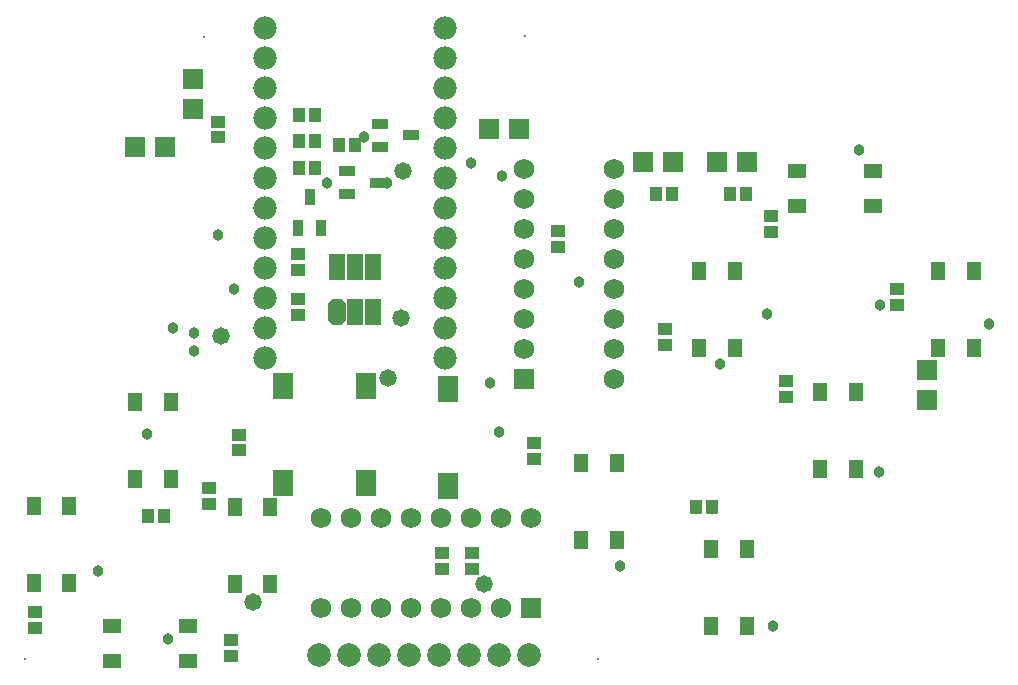
<source format=gts>
G04*
G04 #@! TF.GenerationSoftware,Altium Limited,CircuitMaker,2.2.1 (2.2.1.6)*
G04*
G04 Layer_Color=20142*
%FSLAX25Y25*%
%MOIN*%
G70*
G04*
G04 #@! TF.SameCoordinates,7D6918CB-AAF1-45DD-B34D-4DF02806F7BC*
G04*
G04*
G04 #@! TF.FilePolarity,Negative*
G04*
G01*
G75*
%ADD13R,0.04934X0.04343*%
%ADD14R,0.04343X0.04934*%
%ADD15R,0.06706X0.08674*%
%ADD16R,0.05524X0.03359*%
%ADD17R,0.05800X0.08800*%
G04:AMPARAMS|DCode=18|XSize=58mil|YSize=88mil|CornerRadius=0mil|HoleSize=0mil|Usage=FLASHONLY|Rotation=0.000|XOffset=0mil|YOffset=0mil|HoleType=Round|Shape=Octagon|*
%AMOCTAGOND18*
4,1,8,-0.01450,0.04400,0.01450,0.04400,0.02900,0.02950,0.02900,-0.02950,0.01450,-0.04400,-0.01450,-0.04400,-0.02900,-0.02950,-0.02900,0.02950,-0.01450,0.04400,0.0*
%
%ADD18OCTAGOND18*%

%ADD19R,0.03359X0.05524*%
%ADD20C,0.00800*%
%ADD21R,0.06706X0.06706*%
%ADD22R,0.05131X0.06312*%
%ADD23R,0.06312X0.05131*%
%ADD24C,0.07887*%
%ADD25R,0.06706X0.06706*%
%ADD26C,0.06800*%
%ADD27R,0.06800X0.06800*%
%ADD28C,0.07800*%
%ADD29R,0.06800X0.06800*%
%ADD30C,0.03800*%
%ADD31C,0.05800*%
D13*
X157480Y38681D02*
D03*
Y43996D02*
D03*
X147638Y38681D02*
D03*
Y43996D02*
D03*
X77067Y14862D02*
D03*
Y9547D02*
D03*
X11811Y24311D02*
D03*
Y18996D02*
D03*
X257185Y156201D02*
D03*
Y150886D02*
D03*
X221949Y118602D02*
D03*
Y113287D02*
D03*
X99544Y128666D02*
D03*
Y123351D02*
D03*
X99410Y143405D02*
D03*
Y138091D02*
D03*
X72835Y182382D02*
D03*
Y187697D02*
D03*
X186024Y145965D02*
D03*
Y151279D02*
D03*
X69882Y60335D02*
D03*
Y65650D02*
D03*
X79724Y78051D02*
D03*
Y83366D02*
D03*
X299311Y131988D02*
D03*
Y126673D02*
D03*
X262303Y95866D02*
D03*
Y101181D02*
D03*
X178150Y80413D02*
D03*
Y75098D02*
D03*
D14*
X49508Y56102D02*
D03*
X54823D02*
D03*
X232283Y59055D02*
D03*
X237598D02*
D03*
X218799Y163386D02*
D03*
X224114D02*
D03*
X243406D02*
D03*
X248721D02*
D03*
X99705Y172244D02*
D03*
X105020D02*
D03*
X99705Y181102D02*
D03*
X105020D02*
D03*
X105118Y189764D02*
D03*
X99803D02*
D03*
X118504Y179921D02*
D03*
X113189D02*
D03*
D15*
X149606Y66142D02*
D03*
Y98425D02*
D03*
X122047Y67126D02*
D03*
Y99410D02*
D03*
X94488Y67126D02*
D03*
Y99410D02*
D03*
D16*
X126772Y186811D02*
D03*
Y179331D02*
D03*
X137008Y183071D02*
D03*
X115945Y171063D02*
D03*
Y163583D02*
D03*
X126181Y167323D02*
D03*
D17*
X124504Y124102D02*
D03*
X118504D02*
D03*
X124504Y139102D02*
D03*
X118504D02*
D03*
X112401Y139173D02*
D03*
D18*
X112504Y124102D02*
D03*
D19*
X103347Y162598D02*
D03*
X107087Y152362D02*
D03*
X99606D02*
D03*
D20*
X175197Y216142D02*
D03*
X68110Y215748D02*
D03*
X8661Y8661D02*
D03*
X199606D02*
D03*
D21*
X239173Y174213D02*
D03*
X249173D02*
D03*
X214488D02*
D03*
X224488D02*
D03*
X45118Y179134D02*
D03*
X55118D02*
D03*
X173228Y185039D02*
D03*
X163228D02*
D03*
D22*
X23228Y59449D02*
D03*
X11417D02*
D03*
X23228Y33858D02*
D03*
X11417D02*
D03*
X193898Y48228D02*
D03*
X205709D02*
D03*
X193898Y73819D02*
D03*
X205709D02*
D03*
X237205Y19685D02*
D03*
X249016D02*
D03*
X237205Y45276D02*
D03*
X249016D02*
D03*
X90158Y59055D02*
D03*
X78347D02*
D03*
X90158Y33465D02*
D03*
X78347D02*
D03*
X285433Y97441D02*
D03*
X273622D02*
D03*
X285433Y71850D02*
D03*
X273622D02*
D03*
X324803Y137795D02*
D03*
X312992D02*
D03*
X324803Y112205D02*
D03*
X312992D02*
D03*
X245079Y137795D02*
D03*
X233268D02*
D03*
X245079Y112205D02*
D03*
X233268D02*
D03*
X57087Y94116D02*
D03*
X45276D02*
D03*
X57087Y68526D02*
D03*
X45276D02*
D03*
D23*
X62992Y7874D02*
D03*
Y19685D02*
D03*
X37402Y7874D02*
D03*
Y19685D02*
D03*
X265748Y171260D02*
D03*
Y159449D02*
D03*
X291339Y171260D02*
D03*
Y159449D02*
D03*
D24*
X176654Y9843D02*
D03*
X166654D02*
D03*
X156653D02*
D03*
X146653D02*
D03*
X136653D02*
D03*
X126654D02*
D03*
X116654D02*
D03*
X106653D02*
D03*
D25*
X309055Y95000D02*
D03*
Y105000D02*
D03*
X64468Y191772D02*
D03*
Y201772D02*
D03*
D26*
X204961Y101811D02*
D03*
Y111811D02*
D03*
Y121811D02*
D03*
Y131811D02*
D03*
Y141811D02*
D03*
Y151811D02*
D03*
Y161811D02*
D03*
Y171811D02*
D03*
X174961D02*
D03*
Y161811D02*
D03*
Y151811D02*
D03*
Y141811D02*
D03*
Y131811D02*
D03*
Y121811D02*
D03*
Y111811D02*
D03*
X167126Y25591D02*
D03*
X157126D02*
D03*
X147126D02*
D03*
X137126D02*
D03*
X127126D02*
D03*
X117126D02*
D03*
X107126D02*
D03*
Y55590D02*
D03*
X117126D02*
D03*
X127126D02*
D03*
X137126D02*
D03*
X147126D02*
D03*
X157126D02*
D03*
X167126D02*
D03*
X177126D02*
D03*
D27*
X174961Y101811D02*
D03*
D28*
X148425Y138898D02*
D03*
Y148898D02*
D03*
X88425Y218898D02*
D03*
Y208898D02*
D03*
Y198898D02*
D03*
Y188898D02*
D03*
Y178898D02*
D03*
Y168898D02*
D03*
Y158898D02*
D03*
Y148898D02*
D03*
Y138898D02*
D03*
Y128898D02*
D03*
Y118898D02*
D03*
Y108898D02*
D03*
X148425Y218898D02*
D03*
Y208898D02*
D03*
Y198898D02*
D03*
Y188898D02*
D03*
Y178898D02*
D03*
Y168898D02*
D03*
Y158898D02*
D03*
Y128898D02*
D03*
Y118898D02*
D03*
Y108898D02*
D03*
D29*
X177126Y25591D02*
D03*
D30*
X255906Y123622D02*
D03*
X167433Y169574D02*
D03*
X109055Y167323D02*
D03*
X129134D02*
D03*
X193307Y134252D02*
D03*
X157087Y174016D02*
D03*
X166535Y84252D02*
D03*
X163647Y100560D02*
D03*
X78051Y131890D02*
D03*
X72835Y150000D02*
D03*
X293553Y126673D02*
D03*
X121653Y182677D02*
D03*
X64961Y111221D02*
D03*
X64945Y117110D02*
D03*
X57776Y118898D02*
D03*
X49311Y83661D02*
D03*
X32677Y37795D02*
D03*
X56102Y15059D02*
D03*
X240108Y106988D02*
D03*
X206693Y39370D02*
D03*
X257874Y19685D02*
D03*
X293307Y70866D02*
D03*
X329724Y120079D02*
D03*
X286417Y178150D02*
D03*
D31*
X129528Y102362D02*
D03*
X133858Y122047D02*
D03*
X134646Y171260D02*
D03*
X161417Y33465D02*
D03*
X84646Y27559D02*
D03*
X73819Y116142D02*
D03*
M02*

</source>
